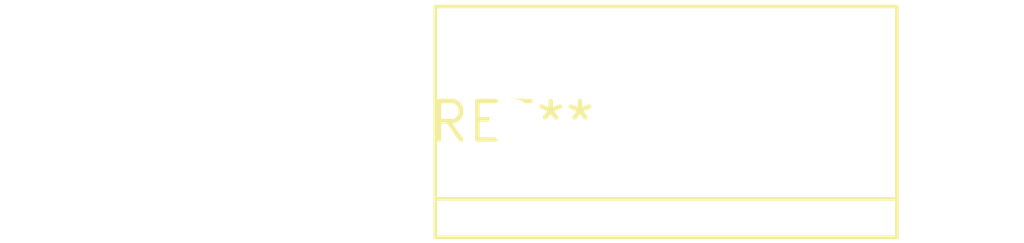
<source format=kicad_pcb>
(kicad_pcb (version 20240108) (generator pcbnew)
  (layers (0 "F.Cu" signal) (31 "B.Cu" signal) (34 "B.Paste" user) (35 "F.Paste" user) (36 "B.SilkS" user "B.Silkscreen") (37 "F.SilkS" user "F.Silkscreen") (38 "B.Mask" user) (39 "F.Mask" user) (44 "Edge.Cuts" user))
  (net 0 "")
  (footprint "TerminalBlock_bornier-3_P5.08mm" (layer "F.Cu") (at 0 0)
    (property "Reference" "REF**")
    (property "Value" "TerminalBlock_bornier-3_P5.08mm")
    (fp_line (start -2.54 -3.81) (end 12.7 -3.81) (layer "F.SilkS") (stroke (width 0.12)))
    (fp_line (start -2.54 2.54) (end 12.7 2.54) (layer "F.SilkS") (stroke (width 0.12)))
    (fp_line (start -2.54 3.81) (end -2.54 -3.81) (layer "F.SilkS") (stroke (width 0.12)))
    (fp_line (start -2.54 3.81) (end 12.7 3.81) (layer "F.SilkS") (stroke (width 0.12)))
    (fp_line (start 12.7 3.81) (end 12.7 -3.81) (layer "F.SilkS") (stroke (width 0.12)))
    (pad "1" thru_hole rect (at 0 0) (size 3 3) (drill 1.52) (layers *.Cu *.Mask) (remove_unused_layers))
    (pad "2" thru_hole circle (at 5.08 0) (size 3 3) (drill 1.52) (layers *.Cu *.Mask) (remove_unused_layers))
    (pad "3" thru_hole circle (at 10.16 0) (size 3 3) (drill 1.52) (layers *.Cu *.Mask) (remove_unused_layers))
  )
)
</source>
